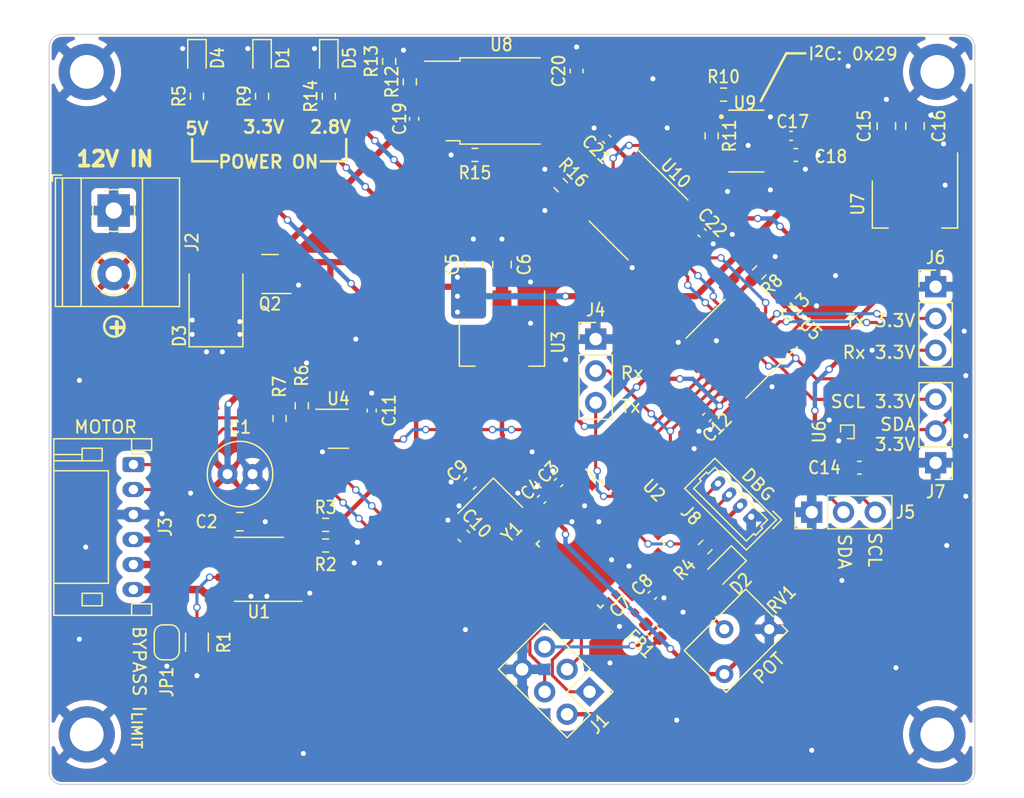
<source format=kicad_pcb>
(kicad_pcb (version 20221018) (generator pcbnew)

  (general
    (thickness 1.6)
  )

  (paper "A4")
  (title_block
    (title "FooBot-Tests")
    (date "2023-03-24")
    (rev "1.0.0")
    (company "nschoe's labs")
  )

  (layers
    (0 "F.Cu" signal)
    (31 "B.Cu" signal)
    (32 "B.Adhes" user "B.Adhesive")
    (33 "F.Adhes" user "F.Adhesive")
    (34 "B.Paste" user)
    (35 "F.Paste" user)
    (36 "B.SilkS" user "B.Silkscreen")
    (37 "F.SilkS" user "F.Silkscreen")
    (38 "B.Mask" user)
    (39 "F.Mask" user)
    (40 "Dwgs.User" user "User.Drawings")
    (41 "Cmts.User" user "User.Comments")
    (42 "Eco1.User" user "User.Eco1")
    (43 "Eco2.User" user "User.Eco2")
    (44 "Edge.Cuts" user)
    (45 "Margin" user)
    (46 "B.CrtYd" user "B.Courtyard")
    (47 "F.CrtYd" user "F.Courtyard")
    (48 "B.Fab" user)
    (49 "F.Fab" user)
    (50 "User.1" user)
    (51 "User.2" user)
    (52 "User.3" user)
    (53 "User.4" user)
    (54 "User.5" user)
    (55 "User.6" user)
    (56 "User.7" user)
    (57 "User.8" user)
    (58 "User.9" user)
  )

  (setup
    (stackup
      (layer "F.SilkS" (type "Top Silk Screen"))
      (layer "F.Paste" (type "Top Solder Paste"))
      (layer "F.Mask" (type "Top Solder Mask") (thickness 0.01))
      (layer "F.Cu" (type "copper") (thickness 0.035))
      (layer "dielectric 1" (type "core") (thickness 1.51) (material "FR4") (epsilon_r 4.5) (loss_tangent 0.02))
      (layer "B.Cu" (type "copper") (thickness 0.035))
      (layer "B.Mask" (type "Bottom Solder Mask") (thickness 0.01))
      (layer "B.Paste" (type "Bottom Solder Paste"))
      (layer "B.SilkS" (type "Bottom Silk Screen"))
      (copper_finish "None")
      (dielectric_constraints no)
    )
    (pad_to_mask_clearance 0.05)
    (pcbplotparams
      (layerselection 0x00010fc_ffffffff)
      (plot_on_all_layers_selection 0x0000000_00000000)
      (disableapertmacros false)
      (usegerberextensions false)
      (usegerberattributes true)
      (usegerberadvancedattributes true)
      (creategerberjobfile true)
      (dashed_line_dash_ratio 12.000000)
      (dashed_line_gap_ratio 3.000000)
      (svgprecision 4)
      (plotframeref false)
      (viasonmask false)
      (mode 1)
      (useauxorigin false)
      (hpglpennumber 1)
      (hpglpenspeed 20)
      (hpglpendiameter 15.000000)
      (dxfpolygonmode true)
      (dxfimperialunits true)
      (dxfusepcbnewfont true)
      (psnegative false)
      (psa4output false)
      (plotreference true)
      (plotvalue true)
      (plotinvisibletext false)
      (sketchpadsonfab false)
      (subtractmaskfromsilk false)
      (outputformat 1)
      (mirror false)
      (drillshape 1)
      (scaleselection 1)
      (outputdirectory "")
    )
  )

  (net 0 "")
  (net 1 "+12V")
  (net 2 "GND")
  (net 3 "+5V")
  (net 4 "Net-(U2-AVCC)")
  (net 5 "Net-(U2-AREF)")
  (net 6 "XTAL1")
  (net 7 "XTAL2")
  (net 8 "+3.3V")
  (net 9 "+2V8")
  (net 10 "Net-(D1-A)")
  (net 11 "~{RST}")
  (net 12 "Net-(D3-A2)")
  (net 13 "Net-(D4-A)")
  (net 14 "Net-(D5-A)")
  (net 15 "MISO")
  (net 16 "SCK")
  (net 17 "MOSI")
  (net 18 "/Connectors/HALL_SENSOR_B")
  (net 19 "/Connectors/HALL_SENSOR_A")
  (net 20 "/Connectors/MOTOR_A")
  (net 21 "/Connectors/MOTOR_B")
  (net 22 "RX_328P")
  (net 23 "TX_328P")
  (net 24 "SCL")
  (net 25 "SDA")
  (net 26 "RX_328P_3V")
  (net 27 "TX_328P_3V")
  (net 28 "SCL_3V")
  (net 29 "SDA_3V")
  (net 30 "SOFT_RX")
  (net 31 "SOFT_TX")
  (net 32 "Net-(JP1-B)")
  (net 33 "Net-(U1-VREF)")
  (net 34 "Net-(U9-GPIO_{1})")
  (net 35 "VL6180_EN_2V8")
  (net 36 "Net-(U8-ADJ)")
  (net 37 "SPEED")
  (net 38 "/MCU/MOTOR_CTRL_IN_{2}")
  (net 39 "/MCU/MOTOR_CTRL_IN_{1}")
  (net 40 "VL6180_EN")
  (net 41 "unconnected-(U2-PB1-Pad13)")
  (net 42 "unconnected-(U2-PB2-Pad14)")
  (net 43 "unconnected-(U2-ADC6-Pad19)")
  (net 44 "unconnected-(U2-ADC7-Pad22)")
  (net 45 "unconnected-(U2-PC1-Pad24)")
  (net 46 "ENCODERS_TIC")
  (net 47 "/MCU/VL6180_EN_3V")
  (net 48 "unconnected-(U5-A6-Pad7)")
  (net 49 "unconnected-(U5-A7-Pad8)")
  (net 50 "unconnected-(U5-A8-Pad9)")
  (net 51 "unconnected-(U5-B8-Pad12)")
  (net 52 "unconnected-(U5-B7-Pad13)")
  (net 53 "unconnected-(U5-B6-Pad14)")
  (net 54 "unconnected-(U9-Pad2)")
  (net 55 "unconnected-(U9-Pad3)")
  (net 56 "SCL_2V8")
  (net 57 "SDA_2V8")
  (net 58 "unconnected-(U9-Pad7)")
  (net 59 "unconnected-(U9-Pad11)")
  (net 60 "unconnected-(U10-A4-Pad5)")
  (net 61 "unconnected-(U10-A7-Pad8)")
  (net 62 "unconnected-(U10-A8-Pad9)")
  (net 63 "unconnected-(U10-B8-Pad12)")
  (net 64 "unconnected-(U10-B7-Pad13)")
  (net 65 "unconnected-(U10-B4-Pad16)")
  (net 66 "unconnected-(U2-PD4-Pad2)")
  (net 67 "unconnected-(U10-A1-Pad1)")
  (net 68 "unconnected-(U10-A2-Pad3)")
  (net 69 "unconnected-(U10-B2-Pad18)")
  (net 70 "unconnected-(U10-B1-Pad20)")
  (net 71 "Net-(U6-VDD)")
  (net 72 "Net-(U6-SCL)")
  (net 73 "Net-(U6-SDA)")

  (footprint "Capacitor_SMD:C_0402_1005Metric" (layer "F.Cu") (at 179.451 93.726 45))

  (footprint "Package_QFP:TQFP-32_7x7mm_P0.8mm" (layer "F.Cu") (at 163.068 111.76 -45))

  (footprint "Resistor_SMD:R_0603_1608Metric" (layer "F.Cu") (at 139.192 100.711 -90))

  (footprint "Capacitor_SMD:C_0402_1005Metric" (layer "F.Cu") (at 171.577 101.641589 -135))

  (footprint "nschoe-kicad-footprints:ST_VL6180V1NR_1" (layer "F.Cu") (at 174.736 79.532))

  (footprint "nschoe-kicad-footprints:Molex_PicoBlade_53047-0410_1x04_P1.25mm_Vertical" (layer "F.Cu") (at 175.11765 109.58565 135))

  (footprint "Capacitor_SMD:C_0402_1005Metric" (layer "F.Cu") (at 167.217411 115.865589 45))

  (footprint "Resistor_SMD:R_1206_3216Metric" (layer "F.Cu") (at 130.81 119.634 90))

  (footprint "Connector_PinHeader_2.54mm:PinHeader_1x03_P2.54mm_Vertical" (layer "F.Cu") (at 189.865 91.186))

  (footprint "MountingHole:MountingHole_2.7mm_M2.5_ISO14580_Pad" (layer "F.Cu") (at 190 127))

  (footprint "Connector_JST:JST_PH_S6B-PH-K_1x06_P2.00mm_Horizontal" (layer "F.Cu") (at 125.73 105.41 -90))

  (footprint "Package_TO_SOT_SMD:SOT-223-3_TabPin2" (layer "F.Cu") (at 155.194 95.631 -90))

  (footprint "Crystal:Crystal_SMD_3225-4Pin_3.2x2.5mm" (layer "F.Cu") (at 154.255223 109.074858 -135))

  (footprint "Connector_PinHeader_2.54mm:PinHeader_2x03_P2.54mm_Vertical" (layer "F.Cu") (at 162.197051 123.589051 -135))

  (footprint "Connector_PinHeader_2.54mm:PinHeader_1x03_P2.54mm_Vertical" (layer "F.Cu") (at 189.865 105.268 180))

  (footprint "Capacitor_SMD:C_0402_1005Metric" (layer "F.Cu") (at 148.174 77.752 90))

  (footprint "Resistor_SMD:R_0603_1608Metric" (layer "F.Cu") (at 171.45 112.014 -135))

  (footprint "Capacitor_THT:C_Radial_D5.0mm_H11.0mm_P2.00mm" (layer "F.Cu") (at 133.255 106.172))

  (footprint "LED_SMD:LED_0603_1608Metric" (layer "F.Cu") (at 130.81 72.898 -90))

  (footprint "Capacitor_SMD:C_0805_2012Metric" (layer "F.Cu") (at 185.928 78.334 90))

  (footprint "Package_SO:SOIC-8-1EP_3.9x4.9mm_P1.27mm_EP2.41x3.3mm" (layer "F.Cu") (at 135.763 113.792 180))

  (footprint "TerminalBlock_Phoenix:TerminalBlock_Phoenix_MKDS-1,5-2-5.08_1x02_P5.08mm_Horizontal" (layer "F.Cu") (at 124.155 85.09 -90))

  (footprint "Package_TO_SOT_SMD:SOT-223-3_TabPin2" (layer "F.Cu") (at 188.214 84.582 -90))

  (footprint "Resistor_SMD:R_0603_1608Metric" (layer "F.Cu") (at 172.91 75.819))

  (footprint "Capacitor_SMD:C_0603_1608Metric" (layer "F.Cu") (at 178.689 80.645))

  (footprint "Resistor_SMD:R_0603_1608Metric" (layer "F.Cu") (at 159.893 83.058 -45))

  (footprint "Capacitor_SMD:C_0402_1005Metric" (layer "F.Cu") (at 158.369 108.204 45))

  (footprint "Package_TO_SOT_SMD:TO-252-2" (layer "F.Cu") (at 155.145 76.327))

  (footprint "nschoe-kicad-footprints:NetTie-2_SMD_Pad0.2mm" (layer "F.Cu") (at 184.15 102.616))

  (footprint "Connector_PinHeader_2.54mm:PinHeader_1x03_P2.54mm_Vertical" (layer "F.Cu") (at 162.687 95.377))

  (footprint "Capacitor_SMD:C_0805_2012Metric" (layer "F.Cu") (at 188.214 78.334 90))

  (footprint "Resistor_SMD:R_0603_1608Metric" (layer "F.Cu") (at 175.768 90.043 -135))

  (footprint "Capacitor_SMD:C_0805_2012Metric" (layer "F.Cu") (at 155.194 89.408 90))

  (footprint "Resistor_SMD:R_0603_1608Metric" (layer "F.Cu") (at 141.097 111.887))

  (footprint "Package_TO_SOT_SMD:SOT-23-5" (layer "F.Cu") (at 142.1185 102.55))

  (footprint "MountingHole:MountingHole_2.7mm_M2.5_ISO14580_Pad" (layer "F.Cu") (at 190 74))

  (footprint "MountingHole:MountingHole_2.7mm_M2.5_ISO14580_Pad" (layer "F.Cu") (at 122 127))

  (footprint "Resistor_SMD:R_0603_1608Metric" (layer "F.Cu") (at 136.017 75.946 90))

  (footprint "Capacitor_SMD:C_0402_1005Metric" (layer "F.Cu") (at 159.724411 106.848589 45))

  (footprint "Package_TO_SOT_SMD:SOT-23" (layer "F.Cu") (at 136.652 90.17 180))

  (footprint "MountingHole:MountingHole_2.7mm_M2.5_ISO14580_Pad" (layer "F.Cu") (at 122 74))

  (footprint "Capacitor_SMD:C_0402_1005Metric" (layer "F.Cu") (at 178.308 79.121))

  (footprint "Capacitor_SMD:C_0603_1608Metric" (layer "F.Cu") (at 152.654 106.934 45))

  (footprint "nschoe-kicad-footprints:NetTie-2_SMD_Pad0.2mm" (layer "F.Cu") (at 182.626 101.346 90))

  (footprint "LED_SMD:LED_0603_1608Metric" (layer "F.Cu") (at 136.017 72.898 -90))

  (footprint "Capacitor_SMD:C_0402_1005Metric" (layer "F.Cu") (at 163.576 79.375 135))

  (footprint "Package_BGA:WLP-4_0.86x0.86mm_P0.4mm" (layer "F.Cu") (at 182.807 102.797 90))

  (footprint "Capacitor_SMD:C_0805_2012Metric" (layer "F.Cu") (at 152.908 89.408 90))

  (footprint "Inductor_SMD:L_0603_1608Metric" (layer "F.Cu")
    (tstamp a97de3c6-b43b-4bff-b312-1cf03e137c49)
    (at 167.259 118.745 135)
    (descr "Inductor SMD 0603 (1608 Metric), square (rectangular) end terminal, IPC_7351 nominal, (Body size source: http://www.tortai-tech.com/upload/download/2011102023233369053.pdf), generated with kicad-footprint-generator")
    (tags "inductor")
    (property "LCSC Part" "C1035")
    (property "MPN" "SDFL1608S100KTF")
    (property "Sheetfile" "mcu.kicad_sch")
    (property "Sheetname" "MCU")
    (property "ki_description" "Ferrite bead")
    (property "ki_keywords" "L ferrite bead inductor filter")
    (path "/43902258-62bb-44ae-9942-f920ad773e31/10d8f598-9b26-4432-98c2-1fd699b743d6")
    (attr smd)
    (fp_text reference "FB1" (at 0 -1.43 135) (layer "F.SilkS")
        (effects (font (size 1 0.9) (thickness 0.153)))
      (tstamp 167c674f-b8a4-4b81-909e-5831115e29f8)
    )
    (fp_text value "10uH" (at 0 1.43 135) (layer "F.Fab")
        (effects (font (size 1 1) (thickness 0.15)))
      (tstamp 138731d1-aefb-493c-8de3-9dc20529ede3)
    )
    (fp_text user "${REFERENCE}" (at 0 0 135) (layer "F.Fab")
        (effects (font (size 0.4 0.4) (thickness 0.06)))
      (tstamp fcc2a6ee-60f2-444c-bee1-7d6cb04700c9)
    )
    (fp_line (start -0.162779 -0.51) (end 0.162779 -0.51)
      (stroke (width 0.12) (type solid)) (layer "F.SilkS") (tstamp 8568dc04-0cb6-4faf-be4a-9378131927f6))
    (fp_line (start -0.162779 0.51) (end 0.162779 0.51)
      (stroke (width 0.12) (type solid)) (layer "F.SilkS") (tstamp 228d85fc-9d7c-436a-818b-6fafbba56471))
    (fp_line (start -1.48 -0.73) (end 1.48 -0.73)
      (stroke (width 0.05) (type solid)) (layer "F.CrtYd") (tstamp c549c129-15b6-4698-8943-944b6f0d0b51))
    (fp_line (start -1.48 0.73) (end -1.48 -0.73)
      (stroke (width 0.05) (type solid)) (layer "F.CrtYd") (tstamp 1e272a09-9583-4685-9be9-1970efa98a34))
    (fp_line (start 1.48 -0.73) (end 1.48 0.73)
      (stroke (width 0.05) (type s
... [731280 chars truncated]
</source>
